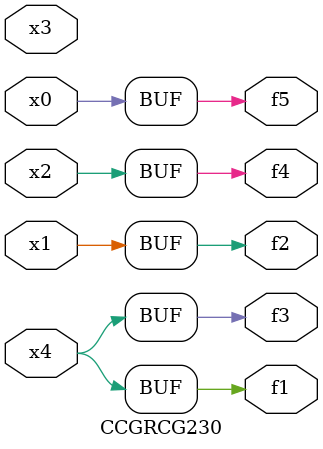
<source format=v>
module CCGRCG230(
	input x0, x1, x2, x3, x4,
	output f1, f2, f3, f4, f5
);
	assign f1 = x4;
	assign f2 = x1;
	assign f3 = x4;
	assign f4 = x2;
	assign f5 = x0;
endmodule

</source>
